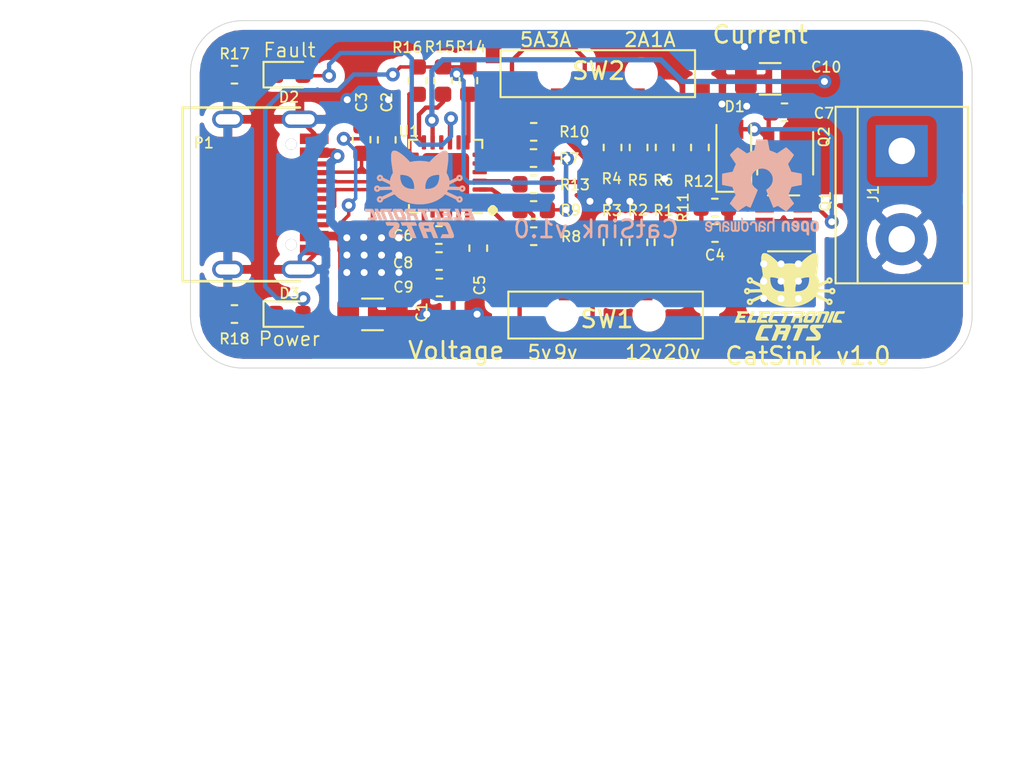
<source format=kicad_pcb>
(kicad_pcb (version 20171130) (host pcbnew "(5.1.5)-3")
  (title_block (title "CatSink PD") (date 2020-10-24) (rev 1.0v) (company "Electronic Cats") (comment 1 "Eduardo Contreras"))
  (layers (0 F.Cu signal) (31 B.Cu signal) (34 B.Paste user) (35 F.Paste user) (36 B.SilkS user) (37 F.SilkS user) (38 B.Mask user) (39 F.Mask user) (44 Edge.Cuts user))
  (net 0 "")
  (net 1 GND)
  (net 2 VBUS)
  (net 3 /CC2)
  (net 4 /CC1)
  (net 5 "Net-(C4-Pad2)")
  (net 6 "Net-(C5-Pad1)")
  (net 7 +3V3)
  (net 8 +VSW)
  (net 9 "Net-(D1-Pad1)")
  (net 10 /Fault)
  (net 11 "Net-(D2-Pad1)")
  (net 12 /D+)
  (net 13 /D-)
  (net 14 /12v)
  (net 15 /9v)
  (net 16 /5v)
  (net 17 /3A)
  (net 18 /2A)
  (net 19 /1A)
  (net 20 /Icoarse)
  (net 21 "Net-(R8-Pad1)")
  (net 22 /Vmax)
  (net 23 "Net-(R10-Pad1)")
  (net 24 "Net-(R13-Pad2)")
  (net 25 "Net-(R14-Pad2)")
  (net 26 "Net-(R15-Pad2)")
  (net 27 "Net-(R16-Pad2)")
  (net 28 /20v)
  (net 29 /5A)
  (net 30 "Net-(U1-Pad21)")
  (net 31 "Net-(U1-Pad20)")
  (net 32 "Net-(U1-Pad10)")
  (net 33 "Net-(U1-Pad8)")
  (net 34 "Net-(U1-Pad4)")
  (net 35 "Net-(D3-Pad1)")
  (module Aesthetics:electronic_cats_logo_4x3 (layer B.Cu) (at 131.2 102.5 180)
    (fp_text reference G*** hide)
    (fp_text value LOGO hide)
  )
  (module Symbol:OSHW-Logo2_7.3x6mm_SilkScreen (layer B.Cu) (at 150.9 102.1 180)
    (fp_text reference REF** hide)
    (fp_text value OSHW-Logo2_7.3x6mm_SilkScreen hide)
  )
  (module Aesthetics:electronic_cats_logo_4x3 (layer F.Cu) (at 152.5 108.4)
    (fp_text reference G*** hide)
    (fp_text value LOGO hide)
  )
  (module Package_DFN_QFN:QFN-24-1EP_4x4mm_P0.5mm_EP2.7x2.7mm (layer F.Cu) (at 132.69 101.47 180)
    (fp_text reference U1 (at 2.12 2.61) (layer F.SilkS) (effects (font (size 0.6 0.6) (thickness 0.1))))
    (fp_text value CYPD3177-24LQXI)
    (pad 24 smd roundrect (at -1.25 -1.9625 180) (size 0.25 0.825) (layers F.Cu F.Paste F.Mask) (net 6 "Net-(C5-Pad1)"))
    (pad 23 smd roundrect (at -0.75 -1.9625 180) (size 0.25 0.825) (layers F.Cu F.Paste F.Mask) (net 7 +3V3))
    (pad 22 smd roundrect (at -0.25 -1.9625 180) (size 0.25 0.825) (layers F.Cu F.Paste F.Mask) (net 1 GND))
    (pad 21 smd roundrect (at 0.25 -1.9625 180) (size 0.25 0.825) (layers F.Cu F.Paste F.Mask) (net 30 "Net-(U1-Pad21)"))
    (pad 20 smd roundrect (at 0.75 -1.9625 180) (size 0.25 0.825) (layers F.Cu F.Paste F.Mask) (net 31 "Net-(U1-Pad20)"))
    (pad 19 smd roundrect (at 1.25 -1.9625 180) (size 0.25 0.825) (layers F.Cu F.Paste F.Mask) (net 1 GND))
    (pad 18 smd roundrect (at 1.9625 -1.25 180) (size 0.825 0.25) (layers F.Cu F.Paste F.Mask) (net 2 VBUS))
    (pad 17 smd roundrect (at 1.9625 -0.75 180) (size 0.825 0.25) (layers F.Cu F.Paste F.Mask) (net 12 /D+))
    (pad 16 smd roundrect (at 1.9625 -0.25 180) (size 0.825 0.25) (layers F.Cu F.Paste F.Mask) (net 13 /D-))
    (pad 15 smd roundrect (at 1.9625 0.25 180) (size 0.825 0.25) (layers F.Cu F.Paste F.Mask) (net 4 /CC1))
    (pad 14 smd roundrect (at 1.9625 0.75 180) (size 0.825 0.25) (layers F.Cu F.Paste F.Mask) (net 3 /CC2))
    (pad 13 smd roundrect (at 1.9625 1.25 180) (size 0.825 0.25) (layers F.Cu F.Paste F.Mask) (net 27 "Net-(R16-Pad2)"))
    (pad 12 smd roundrect (at 1.25 1.9625 180) (size 0.25 0.825) (layers F.Cu F.Paste F.Mask) (net 26 "Net-(R15-Pad2)"))
    (pad 11 smd roundrect (at 0.75 1.9625 180) (size 0.25 0.825) (layers F.Cu F.Paste F.Mask) (net 8 +VSW))
    (pad 10 smd roundrect (at 0.25 1.9625 180) (size 0.25 0.825) (layers F.Cu F.Paste F.Mask) (net 32 "Net-(U1-Pad10)"))
    (pad 9 smd roundrect (at -0.25 1.9625 180) (size 0.25 0.825) (layers F.Cu F.Paste F.Mask) (net 10 /Fault))
    (pad 8 smd roundrect (at -0.75 1.9625 180) (size 0.25 0.825) (layers F.Cu F.Paste F.Mask) (net 33 "Net-(U1-Pad8)"))
    (pad 7 smd roundrect (at -1.25 1.9625 180) (size 0.25 0.825) (layers F.Cu F.Paste F.Mask) (net 25 "Net-(R14-Pad2)"))
    (pad 6 smd roundrect (at -1.9625 1.25 180) (size 0.825 0.25) (layers F.Cu F.Paste F.Mask) (net 23 "Net-(R10-Pad1)"))
    (pad 5 smd roundrect (at -1.9625 0.75 180) (size 0.825 0.25) (layers F.Cu F.Paste F.Mask) (net 20 /Icoarse))
    (pad 4 smd roundrect (at -1.9625 0.25 180) (size 0.825 0.25) (layers F.Cu F.Paste F.Mask) (net 34 "Net-(U1-Pad4)"))
    (pad 3 smd roundrect (at -1.9625 -0.25 180) (size 0.825 0.25) (layers F.Cu F.Paste F.Mask) (net 24 "Net-(R13-Pad2)"))
    (pad 2 smd roundrect (at -1.9625 -0.75 180) (size 0.825 0.25) (layers F.Cu F.Paste F.Mask) (net 22 /Vmax))
    (pad 1 smd roundrect (at -1.9625 -1.25 180) (size 0.825 0.25) (layers F.Cu F.Paste F.Mask) (net 21 "Net-(R8-Pad1)"))
    (pad 25 smd roundrect (at 0 0 180) (size 2.7 2.7) (layers F.Cu F.Mask) (roundrect_rratio 0.09259299999999999) (net 1 GND))
  )
  (module Resistor_SMD:R_0603_1608Metric (layer F.Cu) (at 120.5325 109.39 180)
    (fp_text reference R18 (at 0 -1.43) (layer F.SilkS) (effects (font (size 0.6 0.6) (thickness 0.1))))
    (fp_text value 1K)
    (pad 2 smd roundrect (at 0.7875 0 180) (size 0.875 0.95) (layers F.Cu F.Paste F.Mask) (net 1 GND))
    (pad 1 smd roundrect (at -0.7875 0 180) (size 0.875 0.95) (layers F.Cu F.Paste F.Mask) (net 35 "Net-(D3-Pad1)"))
  )
  (module LED_SMD:LED_0603_1608Metric (layer F.Cu) (at 123.69 109.39)
    (fp_text reference D3 (at 0.01 -1.19) (layer F.SilkS) (effects (font (size 0.6 0.6) (thickness 0.1))))
    (fp_text value Power (at 0 1.43) (layer F.SilkS) (effects (font (size 0.8 0.8) (thickness 0.1))))
    (pad 2 smd roundrect (at 0.7875 0) (size 0.875 0.95) (layers F.Cu F.Paste F.Mask) (net 7 +3V3))
    (pad 1 smd roundrect (at -0.7875 0) (size 0.875 0.95) (layers F.Cu F.Paste F.Mask) (net 35 "Net-(D3-Pad1)"))
  )
  (module CatSink:K3-1410S-E1 (layer F.Cu) (at 141.45 95.55 180)
    (fp_text reference SW2 (at -0.045001 0.159999) (layer F.SilkS))
    (fp_text value Current (at -9.35 2.25) (layer F.SilkS))
    (pad "" connect rect (at -6 -1.1 270) (size 1 0.9) (layers F.Cu F.Mask))
    (pad "" connect rect (at -6 1.1 270) (size 1 0.9) (layers F.Cu F.Mask))
    (pad "" connect rect (at 6 1.1 270) (size 1 0.9) (layers F.Cu F.Mask))
    (pad "" connect rect (at 6 -1.1 270) (size 1 0.9) (layers F.Cu F.Mask))
    (pad 6 smd rect (at 3.75 -1.45 180) (size 0.9 1.2) (layers F.Cu F.Paste F.Mask) (net 29 /5A))
    (pad 5 smd rect (at 2.25 -1.45 180) (size 0.9 1.2) (layers F.Cu F.Paste F.Mask) (net 17 /3A))
    (pad 2 smd rect (at -2.25 -1.45 180) (size 0.9 1.2) (layers F.Cu F.Paste F.Mask) (net 18 /2A))
    (pad 1 smd rect (at -3.75 -1.45 180) (size 0.9 1.2) (layers F.Cu F.Paste F.Mask) (net 19 /1A))
    (pad 4 smd rect (at 0.75 -1.45 180) (size 0.9 1.2) (layers F.Cu F.Paste F.Mask) (net 20 /Icoarse))
    (pad 3 smd rect (at -0.75 -1.45 180) (size 0.9 1.2) (layers F.Cu F.Paste F.Mask) (net 20 /Icoarse))
    (pad "" np_thru_hole circle (at 2.5 0 180) (size 0.9 0.9) (drill 0.9) (layers *.Cu *.Mask))
    (pad "" np_thru_hole circle (at -2.5 0 180) (size 0.9 0.9) (drill 0.9) (layers *.Cu *.Mask))
  )
  (module CatSink:K3-1410S-E1 (layer F.Cu) (at 141.9 109.45)
    (fp_text reference SW1 (at 0.07 0.23) (layer F.SilkS))
    (fp_text value Voltage (at -8.6 2.05) (layer F.SilkS))
    (pad "" connect rect (at -6 -1.1 90) (size 1 0.9) (layers F.Cu F.Mask))
    (pad "" connect rect (at -6 1.1 90) (size 1 0.9) (layers F.Cu F.Mask))
    (pad "" connect rect (at 6 1.1 90) (size 1 0.9) (layers F.Cu F.Mask))
    (pad "" connect rect (at 6 -1.1 90) (size 1 0.9) (layers F.Cu F.Mask))
    (pad 6 smd rect (at 3.75 -1.45) (size 0.9 1.2) (layers F.Cu F.Paste F.Mask) (net 28 /20v))
    (pad 5 smd rect (at 2.25 -1.45) (size 0.9 1.2) (layers F.Cu F.Paste F.Mask) (net 14 /12v))
    (pad 2 smd rect (at -2.25 -1.45) (size 0.9 1.2) (layers F.Cu F.Paste F.Mask) (net 15 /9v))
    (pad 1 smd rect (at -3.75 -1.45) (size 0.9 1.2) (layers F.Cu F.Paste F.Mask) (net 16 /5v))
    (pad 4 smd rect (at 0.75 -1.45) (size 0.9 1.2) (layers F.Cu F.Paste F.Mask) (net 22 /Vmax))
    (pad 3 smd rect (at -0.75 -1.45) (size 0.9 1.2) (layers F.Cu F.Paste F.Mask) (net 22 /Vmax))
    (pad "" np_thru_hole circle (at 2.5 0) (size 0.9 0.9) (drill 0.9) (layers *.Cu *.Mask))
    (pad "" np_thru_hole circle (at -2.5 0) (size 0.9 0.9) (drill 0.9) (layers *.Cu *.Mask))
  )
  (module Resistor_SMD:R_0603_1608Metric (layer F.Cu) (at 120.5325 95.61 180)
    (fp_text reference R17 (at -0.0075 1.2) (layer F.SilkS) (effects (font (size 0.6 0.6) (thickness 0.1))))
    (fp_text value 10K)
    (pad 2 smd roundrect (at 0.7875 0 180) (size 0.875 0.95) (layers F.Cu F.Paste F.Mask) (net 1 GND))
    (pad 1 smd roundrect (at -0.7875 0 180) (size 0.875 0.95) (layers F.Cu F.Paste F.Mask) (net 11 "Net-(D2-Pad1)"))
  )
  (module Resistor_SMD:R_0603_1608Metric (layer F.Cu) (at 131.08 95.9525 270)
    (fp_text reference R16 (at -1.9125 0.6 180) (layer F.SilkS) (effects (font (size 0.6 0.6) (thickness 0.1))))
    (fp_text value 10K)
    (pad 2 smd roundrect (at 0.7875 0 270) (size 0.875 0.95) (layers F.Cu F.Paste F.Mask) (net 27 "Net-(R16-Pad2)"))
    (pad 1 smd roundrect (at -0.7875 0 270) (size 0.875 0.95) (layers F.Cu F.Paste F.Mask) (net 7 +3V3))
  )
  (module Resistor_SMD:R_0603_1608Metric (layer F.Cu) (at 132.54 95.95 270)
    (fp_text reference R15 (at -1.94 0.19 180) (layer F.SilkS) (effects (font (size 0.6 0.6) (thickness 0.1))))
    (fp_text value 10K)
    (pad 2 smd roundrect (at 0.7875 0 270) (size 0.875 0.95) (layers F.Cu F.Paste F.Mask) (net 26 "Net-(R15-Pad2)"))
    (pad 1 smd roundrect (at -0.7875 0 270) (size 0.875 0.95) (layers F.Cu F.Paste F.Mask) (net 7 +3V3))
  )
  (module Resistor_SMD:R_0603_1608Metric (layer F.Cu) (at 134 95.95 270)
    (fp_text reference R14 (at -1.94 -0.14 180) (layer F.SilkS) (effects (font (size 0.6 0.6) (thickness 0.1))))
    (fp_text value 10K)
    (pad 2 smd roundrect (at 0.7875 0 270) (size 0.875 0.95) (layers F.Cu F.Paste F.Mask) (net 25 "Net-(R14-Pad2)"))
    (pad 1 smd roundrect (at -0.7875 0 270) (size 0.875 0.95) (layers F.Cu F.Paste F.Mask) (net 7 +3V3))
  )
  (module Resistor_SMD:R_0603_1608Metric (layer F.Cu) (at 137.7575 101.92 180)
    (fp_text reference R13 (at -2.3675 -0.03) (layer F.SilkS) (effects (font (size 0.6 0.6) (thickness 0.1))))
    (fp_text value 1K)
    (pad 2 smd roundrect (at 0.7875 0 180) (size 0.875 0.95) (layers F.Cu F.Paste F.Mask) (net 24 "Net-(R13-Pad2)"))
    (pad 1 smd roundrect (at -0.7875 0 180) (size 0.875 0.95) (layers F.Cu F.Paste F.Mask) (net 5 "Net-(C4-Pad2)"))
  )
  (module Resistor_SMD:R_0603_1608Metric (layer F.Cu) (at 147.33 99.8 90)
    (fp_text reference R12 (at -1.95 -0.08 180) (layer F.SilkS) (effects (font (size 0.6 0.6) (thickness 0.1))))
    (fp_text value 50K)
    (pad 2 smd roundrect (at 0.7875 0 90) (size 0.875 0.95) (layers F.Cu F.Paste F.Mask) (net 5 "Net-(C4-Pad2)"))
    (pad 1 smd roundrect (at -0.7875 0 90) (size 0.875 0.95) (layers F.Cu F.Paste F.Mask) (net 9 "Net-(D1-Pad1)"))
  )
  (module Resistor_SMD:R_0603_1608Metric (layer F.Cu) (at 148.1875 103.26 180)
    (fp_text reference R11 (at 1.8275 0 90) (layer F.SilkS) (effects (font (size 0.6 0.6) (thickness 0.1))))
    (fp_text value 10K)
    (pad 2 smd roundrect (at 0.7875 0 180) (size 0.875 0.95) (layers F.Cu F.Paste F.Mask) (net 5 "Net-(C4-Pad2)"))
    (pad 1 smd roundrect (at -0.7875 0 180) (size 0.875 0.95) (layers F.Cu F.Paste F.Mask) (net 2 VBUS))
  )
  (module Resistor_SMD:R_0603_1608Metric (layer F.Cu) (at 137.76 98.9)
    (fp_text reference R10 (at 2.34 0) (layer F.SilkS) (effects (font (size 0.6 0.6) (thickness 0.1))))
    (fp_text value 5.1K)
    (pad 2 smd roundrect (at 0.7875 0) (size 0.875 0.95) (layers F.Cu F.Paste F.Mask) (net 1 GND))
    (pad 1 smd roundrect (at -0.7875 0) (size 0.875 0.95) (layers F.Cu F.Paste F.Mask) (net 23 "Net-(R10-Pad1)"))
  )
  (module Resistor_SMD:R_0603_1608Metric (layer F.Cu) (at 137.7575 103.4 180)
    (fp_text reference R9 (at -2.1225 -0.01) (layer F.SilkS) (effects (font (size 0.6 0.6) (thickness 0.1))))
    (fp_text value 5.1K)
    (pad 2 smd roundrect (at 0.7875 0 180) (size 0.875 0.95) (layers F.Cu F.Paste F.Mask) (net 22 /Vmax))
    (pad 1 smd roundrect (at -0.7875 0 180) (size 0.875 0.95) (layers F.Cu F.Paste F.Mask) (net 7 +3V3))
  )
  (module Resistor_SMD:R_0603_1608Metric (layer F.Cu) (at 137.7625 104.91)
    (fp_text reference R8 (at 2.1475 0.02) (layer F.SilkS) (effects (font (size 0.6 0.6) (thickness 0.1))))
    (fp_text value 5.1K)
    (pad 2 smd roundrect (at 0.7875 0) (size 0.875 0.95) (layers F.Cu F.Paste F.Mask) (net 1 GND))
    (pad 1 smd roundrect (at -0.7875 0) (size 0.875 0.95) (layers F.Cu F.Paste F.Mask) (net 21 "Net-(R8-Pad1)"))
  )
  (module Resistor_SMD:R_0603_1608Metric (layer F.Cu) (at 137.75 100.41 180)
    (fp_text reference R7 (at -2.05 -0.04) (layer F.SilkS) (effects (font (size 0.6 0.6) (thickness 0.1))))
    (fp_text value 5.1K)
    (pad 2 smd roundrect (at 0.7875 0 180) (size 0.875 0.95) (layers F.Cu F.Paste F.Mask) (net 20 /Icoarse))
    (pad 1 smd roundrect (at -0.7875 0 180) (size 0.875 0.95) (layers F.Cu F.Paste F.Mask) (net 7 +3V3))
  )
  (module Resistor_SMD:R_0603_1608Metric (layer F.Cu) (at 145.3 99.8 270)
    (fp_text reference R6 (at 1.89 0.08 180) (layer F.SilkS) (effects (font (size 0.6 0.6) (thickness 0.1))))
    (fp_text value 1K)
    (pad 2 smd roundrect (at 0.7875 0 270) (size 0.875 0.95) (layers F.Cu F.Paste F.Mask) (net 1 GND))
    (pad 1 smd roundrect (at -0.7875 0 270) (size 0.875 0.95) (layers F.Cu F.Paste F.Mask) (net 19 /1A))
  )
  (module Resistor_SMD:R_0603_1608Metric (layer F.Cu) (at 143.8 99.8 270)
    (fp_text reference R5 (at 1.89 0.05 180) (layer F.SilkS) (effects (font (size 0.6 0.6) (thickness 0.1))))
    (fp_text value 2.4K)
    (pad 2 smd roundrect (at 0.7875 0 270) (size 0.875 0.95) (layers F.Cu F.Paste F.Mask) (net 1 GND))
    (pad 1 smd roundrect (at -0.7875 0 270) (size 0.875 0.95) (layers F.Cu F.Paste F.Mask) (net 18 /2A))
  )
  (module Resistor_SMD:R_0603_1608Metric (layer F.Cu) (at 142.3 99.8 270)
    (fp_text reference R4 (at 1.8 0.05 180) (layer F.SilkS) (effects (font (size 0.6 0.6) (thickness 0.1))))
    (fp_text value 5.1K)
    (pad 2 smd roundrect (at 0.7875 0 270) (size 0.875 0.95) (layers F.Cu F.Paste F.Mask) (net 1 GND))
    (pad 1 smd roundrect (at -0.7875 0 270) (size 0.875 0.95) (layers F.Cu F.Paste F.Mask) (net 17 /3A))
  )
  (module Resistor_SMD:R_0603_1608Metric (layer F.Cu) (at 142.3 105.2625 90)
    (fp_text reference R3 (at 1.83 -0.045 180) (layer F.SilkS) (effects (font (size 0.6 0.6) (thickness 0.1))))
    (fp_text value 0R)
    (pad 2 smd roundrect (at 0.7875 0 90) (size 0.875 0.95) (layers F.Cu F.Paste F.Mask) (net 1 GND))
    (pad 1 smd roundrect (at -0.7875 0 90) (size 0.875 0.95) (layers F.Cu F.Paste F.Mask) (net 16 /5v))
  )
  (module Resistor_SMD:R_0603_1608Metric (layer F.Cu) (at 143.79 105.2625 90)
    (fp_text reference R2 (at 1.8475 -0.035 180) (layer F.SilkS) (effects (font (size 0.6 0.6) (thickness 0.1))))
    (fp_text value 1K)
    (pad 2 smd roundrect (at 0.7875 0 90) (size 0.875 0.95) (layers F.Cu F.Paste F.Mask) (net 1 GND))
    (pad 1 smd roundrect (at -0.7875 0 90) (size 0.875 0.95) (layers F.Cu F.Paste F.Mask) (net 15 /9v))
  )
  (module Resistor_SMD:R_0603_1608Metric (layer F.Cu) (at 145.23 105.2625 90)
    (fp_text reference R1 (at 1.8375 0 180) (layer F.SilkS) (effects (font (size 0.6 0.6) (thickness 0.1))))
    (fp_text value 2.4K)
    (pad 2 smd roundrect (at 0.7875 0 90) (size 0.875 0.95) (layers F.Cu F.Paste F.Mask) (net 1 GND))
    (pad 1 smd roundrect (at -0.7875 0 90) (size 0.875 0.95) (layers F.Cu F.Paste F.Mask) (net 14 /12v))
  )
  (module Package_TO_SOT_SMD:SOT-23-6 (layer F.Cu) (at 152.24 100.46 270)
    (fp_text reference Q2 (at -1.27 -2.24 270) (layer F.SilkS) (effects (font (size 0.6 0.6) (thickness 0.1))))
    (fp_text value SI3421DV)
    (pad 5 smd rect (at 1.1 0 270) (size 1.06 0.65) (layers F.Cu F.Paste F.Mask) (net 8 +VSW))
    (pad 6 smd rect (at 1.1 -0.95 270) (size 1.06 0.65) (layers F.Cu F.Paste F.Mask) (net 8 +VSW))
    (pad 4 smd rect (at 1.1 0.95 270) (size 1.06 0.65) (layers F.Cu F.Paste F.Mask) (net 9 "Net-(D1-Pad1)"))
    (pad 3 smd rect (at -1.1 0.95 270) (size 1.06 0.65) (layers F.Cu F.Paste F.Mask) (net 5 "Net-(C4-Pad2)"))
    (pad 2 smd rect (at -1.1 0 270) (size 1.06 0.65) (layers F.Cu F.Paste F.Mask) (net 8 +VSW))
    (pad 1 smd rect (at -1.1 -0.95 270) (size 1.06 0.65) (layers F.Cu F.Paste F.Mask) (net 8 +VSW))
  )
  (module Package_TO_SOT_SMD:SOT-23-6 (layer F.Cu) (at 152.15 104.17 180)
    (fp_text reference Q1 (at -2.4 1.27 270) (layer F.SilkS) (effects (font (size 0.6 0.6) (thickness 0.1))))
    (fp_text value SI3421DV)
    (pad 5 smd rect (at 1.1 0 180) (size 1.06 0.65) (layers F.Cu F.Paste F.Mask) (net 2 VBUS))
    (pad 6 smd rect (at 1.1 -0.95 180) (size 1.06 0.65) (layers F.Cu F.Paste F.Mask) (net 2 VBUS))
    (pad 4 smd rect (at 1.1 0.95 180) (size 1.06 0.65) (layers F.Cu F.Paste F.Mask) (net 9 "Net-(D1-Pad1)"))
    (pad 3 smd rect (at -1.1 0.95 180) (size 1.06 0.65) (layers F.Cu F.Paste F.Mask) (net 5 "Net-(C4-Pad2)"))
    (pad 2 smd rect (at -1.1 0 180) (size 1.06 0.65) (layers F.Cu F.Paste F.Mask) (net 2 VBUS))
    (pad 1 smd rect (at -1.1 -0.95 180) (size 1.06 0.65) (layers F.Cu F.Paste F.Mask) (net 2 VBUS))
  )
  (module Connectors:C393939 (layer F.Cu) (at 124.3 102.5 270)
    (fp_text reference P1 (at -2.96 5.54 180) (layer F.SilkS) (effects (font (size 0.6 0.6) (thickness 0.1))))
    (fp_text value USB_C_Plug_USB2.0)
    (pad B5 smd rect (at 1.75 -0.825 270) (size 0.3 1.65) (layers F.Cu F.Paste F.Mask) (net 3 /CC2))
    (pad B8 smd rect (at 1.25 -0.825 270) (size 0.3 1.65) (layers F.Cu F.Paste F.Mask))
    (pad A6 smd rect (at 0.75 -0.825 270) (size 0.3 1.65) (layers F.Cu F.Paste F.Mask) (net 12 /D+))
    (pad A7 smd rect (at 0.25 -0.825 270) (size 0.3 1.65) (layers F.Cu F.Paste F.Mask) (net 13 /D-))
    (pad A6 smd rect (at -0.25 -0.825 270) (size 0.3 1.65) (layers F.Cu F.Paste F.Mask) (net 12 /D+))
    (pad A7 smd rect (at -0.75 -0.825 270) (size 0.3 1.65) (layers F.Cu F.Paste F.Mask) (net 13 /D-))
    (pad A5 smd rect (at -1.25 -0.825 270) (size 0.3 1.65) (layers F.Cu F.Paste F.Mask) (net 4 /CC1))
    (pad A8 smd rect (at -1.75 -0.825 270) (size 0.3 1.65) (layers F.Cu F.Paste F.Mask))
    (pad A4 smd rect (at 2.4 -0.825 270) (size 0.6 1.65) (layers F.Cu F.Paste F.Mask) (net 2 VBUS))
    (pad A4 smd rect (at -2.4 -0.825 270) (size 0.6 1.65) (layers F.Cu F.Paste F.Mask) (net 2 VBUS))
    (pad A1 smd rect (at 3.2 -0.825 270) (size 0.6 1.65) (layers F.Cu F.Paste F.Mask) (net 1 GND))
    (pad A1 smd rect (at -3.2 -0.825 270) (size 0.6 1.65) (layers F.Cu F.Paste F.Mask) (net 1 GND))
    (pad "" thru_hole circle (at 2.89 0.5 270) (size 0.65 0.65) (drill 0.65) (layers *.Cu *.Mask))
    (pad "" thru_hole circle (at -2.89 0.5 270) (size 0.65 0.65) (drill 0.65) (layers *.Cu *.Mask))
    (pad S1 thru_hole oval (at 4.32 4.15 270) (size 1 1.8) (drill oval 0.6 1.4) (layers *.Cu *.Mask) (net 1 GND))
    (pad S1 thru_hole oval (at -4.32 4.15 270) (size 1 1.8) (drill oval 0.6 1.4) (layers *.Cu *.Mask) (net 1 GND))
    (pad S1 thru_hole oval (at 4.32 0 270) (size 1 2.1) (drill oval 0.6 1.7) (layers *.Cu *.Mask) (net 1 GND))
    (pad S1 thru_hole oval (at -4.32 0 270) (size 1 2.1) (drill oval 0.6 1.7) (layers *.Cu *.Mask) (net 1 GND))
  )
  (module TerminalBlock:TerminalBlock_bornier-2_P5.08mm (layer F.Cu) (at 158.95 100 270)
    (fp_text reference J1 (at 2.475 1.64 90) (layer F.SilkS) (effects (font (size 0.6 0.6) (thickness 0.1))))
    (fp_text value Vout)
    (pad 2 thru_hole circle (at 5.08 0 270) (size 3 3) (drill 1.52) (layers *.Cu *.Mask) (net 1 GND))
    (pad 1 thru_hole rect (at 0 0 270) (size 3 3) (drill 1.52) (layers *.Cu *.Mask) (net 8 +VSW))
  )
  (module LED_SMD:LED_0603_1608Metric (layer F.Cu) (at 123.69 95.61)
    (fp_text reference D2 (at -0.02 1.29) (layer F.SilkS) (effects (font (size 0.6 0.6) (thickness 0.1))))
    (fp_text value Fault (at 0.01 -1.41) (layer F.SilkS) (effects (font (size 0.8 0.8) (thickness 0.1))))
    (pad 2 smd roundrect (at 0.7875 0) (size 0.875 0.95) (layers F.Cu F.Paste F.Mask) (net 10 /Fault))
    (pad 1 smd roundrect (at -0.7875 0) (size 0.875 0.95) (layers F.Cu F.Paste F.Mask) (net 11 "Net-(D2-Pad1)"))
  )
  (module Diode_SMD:D_SOD-123F (layer F.Cu) (at 149.28 100.15 90)
    (fp_text reference D1 (at 2.7 0.05 180) (layer F.SilkS) (effects (font (size 0.6 0.6) (thickness 0.1))))
    (fp_text value NZH10C)
    (pad 2 smd rect (at 1.4 0 90) (size 1.1 1.1) (layers F.Cu F.Paste F.Mask) (net 5 "Net-(C4-Pad2)"))
    (pad 1 smd rect (at -1.4 0 90) (size 1.1 1.1) (layers F.Cu F.Paste F.Mask) (net 9 "Net-(D1-Pad1)"))
  )
  (module Capacitor_SMD:C_1206_3216Metric (layer F.Cu) (at 151.375 95.85 180)
    (fp_text reference C10 (at -3.225 0.675) (layer F.SilkS) (effects (font (size 0.6 0.6) (thickness 0.1))))
    (fp_text value 3.3uF)
    (pad 2 smd roundrect (at 1.4 0 180) (size 1.25 1.75) (layers F.Cu F.Paste F.Mask) (roundrect_rratio 0.2) (net 1 GND))
    (pad 1 smd roundrect (at -1.4 0 180) (size 1.25 1.75) (layers F.Cu F.Paste F.Mask) (roundrect_rratio 0.2) (net 8 +VSW))
  )
  (module Capacitor_SMD:C_0603_1608Metric (layer F.Cu) (at 132.3325 107.86 180)
    (fp_text reference C9 (at 2.0725 0.02) (layer F.SilkS) (effects (font (size 0.6 0.6) (thickness 0.1))))
    (fp_text value 0.1uF)
    (pad 2 smd roundrect (at 0.7875 0 180) (size 0.875 0.95) (layers F.Cu F.Paste F.Mask) (net 1 GND))
    (pad 1 smd roundrect (at -0.7875 0 180) (size 0.875 0.95) (layers F.Cu F.Paste F.Mask) (net 7 +3V3))
  )
  (module Capacitor_SMD:C_0603_1608Metric (layer F.Cu) (at 132.3125 106.34 180)
    (fp_text reference C8 (at 2.0725 -0.1) (layer F.SilkS) (effects (font (size 0.6 0.6) (thickness 0.1))))
    (fp_text value 0.1uF)
    (pad 2 smd roundrect (at 0.7875 0 180) (size 0.875 0.95) (layers F.Cu F.Paste F.Mask) (net 1 GND))
    (pad 1 smd roundrect (at -0.7875 0 180) (size 0.875 0.95) (layers F.Cu F.Paste F.Mask) (net 7 +3V3))
  )
  (module Capacitor_SMD:C_0603_1608Metric (layer F.Cu) (at 152.2 97.775 180)
    (fp_text reference C7 (at -2.27 -0.06) (layer F.SilkS) (effects (font (size 0.6 0.6) (thickness 0.1))))
    (fp_text value 1uF)
    (pad 2 smd roundrect (at 0.7875 0 180) (size 0.875 0.95) (layers F.Cu F.Paste F.Mask) (net 5 "Net-(C4-Pad2)"))
    (pad 1 smd roundrect (at -0.7875 0 180) (size 0.875 0.95) (layers F.Cu F.Paste F.Mask) (net 8 +VSW))
  )
  (module Capacitor_SMD:C_0603_1608Metric (layer F.Cu) (at 132.3025 104.84 180)
    (fp_text reference C6 (at 2.0625 -0.03) (layer F.SilkS) (effects (font (size 0.6 0.6) (thickness 0.1))))
    (fp_text value 1uF)
    (pad 2 smd roundrect (at 0.7875 0 180) (size 0.875 0.95) (layers F.Cu F.Paste F.Mask) (net 1 GND))
    (pad 1 smd roundrect (at -0.7875 0 180) (size 0.875 0.95) (layers F.Cu F.Paste F.Mask) (net 7 +3V3))
  )
  (module Capacitor_SMD:C_0603_1608Metric (layer F.Cu) (at 134.57 105.5975 270)
    (fp_text reference C5 (at 2.1325 -0.08 90) (layer F.SilkS) (effects (font (size 0.6 0.6) (thickness 0.1))))
    (fp_text value 1uF)
    (pad 2 smd roundrect (at 0.7875 0 270) (size 0.875 0.95) (layers F.Cu F.Paste F.Mask) (net 1 GND))
    (pad 1 smd roundrect (at -0.7875 0 270) (size 0.875 0.95) (layers F.Cu F.Paste F.Mask) (net 6 "Net-(C5-Pad1)"))
  )
  (module Capacitor_SMD:C_0603_1608Metric (layer F.Cu) (at 148.2 104.725 180)
    (fp_text reference C4 (at 0 -1.275 180) (layer F.SilkS) (effects (font (size 0.6 0.6) (thickness 0.1))))
    (fp_text value 1uF)
    (pad 2 smd roundrect (at 0.7875 0 180) (size 0.875 0.95) (layers F.Cu F.Paste F.Mask) (net 5 "Net-(C4-Pad2)"))
    (pad 1 smd roundrect (at -0.7875 0 180) (size 0.875 0.95) (layers F.Cu F.Paste F.Mask) (net 2 VBUS))
  )
  (module Capacitor_SMD:C_0603_1608Metric (layer F.Cu) (at 127.85 99.35 90)
    (fp_text reference C3 (at 2.15 0 90) (layer F.SilkS) (effects (font (size 0.6 0.6) (thickness 0.1))))
    (fp_text value 390pF)
    (pad 2 smd roundrect (at 0.7875 0 90) (size 0.875 0.95) (layers F.Cu F.Paste F.Mask) (net 1 GND))
    (pad 1 smd roundrect (at -0.7875 0 90) (size 0.875 0.95) (layers F.Cu F.Paste F.Mask) (net 4 /CC1))
  )
  (module Capacitor_SMD:C_0603_1608Metric (layer F.Cu) (at 129.3 99.3625 90)
    (fp_text reference C2 (at 2.1625 0 90) (layer F.SilkS) (effects (font (size 0.6 0.6) (thickness 0.1))))
    (fp_text value 390pF)
    (pad 2 smd roundrect (at 0.7875 0 90) (size 0.875 0.95) (layers F.Cu F.Paste F.Mask) (net 1 GND))
    (pad 1 smd roundrect (at -0.7875 0 90) (size 0.875 0.95) (layers F.Cu F.Paste F.Mask) (net 3 /CC2))
  )
  (module Capacitor_SMD:C_1206_3216Metric (layer F.Cu) (at 128.48 109.41)
    (fp_text reference C1 (at 2.84 -0.12 270) (layer F.SilkS) (effects (font (size 0.6 0.6) (thickness 0.1))))
    (fp_text value 3.3uF)
    (pad 2 smd roundrect (at 1.4 0) (size 1.25 1.75) (layers F.Cu F.Paste F.Mask) (roundrect_rratio 0.2) (net 1 GND))
    (pad 1 smd roundrect (at -1.4 0) (size 1.25 1.75) (layers F.Cu F.Paste F.Mask) (roundrect_rratio 0.2) (net 2 VBUS))
  )
  (gr_text "CatSink v1.0" (at 141.35 104.5) (layer B.SilkS) (effects (font (size 1 1)) (justify mirror)))
  (gr_text "CatSink v1.0" (at 153.55 111.8) (layer F.SilkS) (effects (font (size 1 1))))
  (gr_text . (at 135.4 102.6) (layer F.SilkS) (effects (font (size 2 2) (thickness 0.4))))
  (gr_text 1A (at 145.2 93.6) (layer F.SilkS) (effects (font (size 0.8 0.8) (thickness 0.12))))
  (gr_text 2A (at 143.7 93.6) (layer F.SilkS) (effects (font (size 0.8 0.8) (thickness 0.12))))
  (gr_text 3A (at 139.2 93.6) (layer F.SilkS) (effects (font (size 0.8 0.8) (thickness 0.12))))
  (gr_text 5A (at 137.7 93.6) (layer F.SilkS) (effects (font (size 0.8 0.8) (thickness 0.12))))
  (gr_text 20v (at 146.3 111.6) (layer F.SilkS) (effects (font (size 0.8 0.8) (thickness 0.12))))
  (gr_text 12v (at 144.1 111.6) (layer F.SilkS) (effects (font (size 0.8 0.8) (thickness 0.12))))
  (gr_text 5v (at 138.1 111.6) (layer F.SilkS) (effects (font (size 0.8 0.8) (thickness 0.12))))
  (gr_text 9v (at 139.6 111.6) (layer F.SilkS) (effects (font (size 0.8 0.8) (thickness 0.12))))
  (gr_line (start 163 109.5) (end 163 95.5) (layer Edge.Cuts) (width 0.05))
  (gr_line (start 121 112.5) (end 160 112.5) (layer Edge.Cuts) (width 0.05))
  (gr_line (start 118 95.5) (end 118 109.5) (layer Edge.Cuts) (width 0.05))
  (gr_line (start 160 92.5) (end 121 92.5) (layer Edge.Cuts) (width 0.05))
  (gr_arc (start 160 109.5) (end 160 112.5) (angle -90) (layer Edge.Cuts) (width 0.05))
  (gr_arc (start 121 109.5) (end 118 109.5) (angle -90) (layer Edge.Cuts) (width 0.05))
  (gr_arc (start 160 95.5) (end 163 95.5) (angle -90) (layer Edge.Cuts) (width 0.05))
  (gr_arc (start 121 95.5) (end 121 92.5) (angle -90) (layer Edge.Cuts) (width 0.05))
  (segment (start 132.94 101.72) (end 132.69 101.47) (width 0.25) (layer F.Cu) (net 1))
  (segment (start 132.94 103.4325) (end 132.94 101.72) (width 0.25) (layer F.Cu) (net 1))
  (segment (start 132.69 101.721978) (end 132.69 101.47) (width 0.25) (layer F.Cu) (net 1))
  (segment (start 131.44 102.971978) (end 132.69 101.721978) (width 0.25) (layer F.Cu) (net 1))
  (segment (start 131.44 103.4325) (end 131.44 102.971978) (width 0.25) (layer F.Cu) (net 1))
  (segment (start 131.44 104.765) (end 131.515 104.84) (width 0.25) (layer F.Cu) (net 1))
  (segment (start 131.44 103.4325) (end 131.44 104.765) (width 0.25) (layer F.Cu) (net 1))
  (segment (start 131.545 106.36) (end 131.525 106.34) (width 0.2) (layer F.Cu) (net 1))
  (segment (start 131.545 107.86) (end 131.545 106.36) (width 0.2) (layer F.Cu) (net 1))
  (segment (start 131.525 104.85) (end 131.515 104.84) (width 0.2) (layer F.Cu) (net 1))
  (segment (start 131.525 106.34) (end 131.525 104.85) (width 0.2) (layer F.Cu) (net 1))
  (segment (start 142.2 100.525) (end 141.145 100.525) (width 0.2) (layer F.Cu) (net 1))
  (segment (start 141.145 100.525) (end 141.06 100.61) (width 0.2) (layer F.Cu) (net 1))
  (segment (start 138.55 104.91) (end 138.9875 104.91) (width 0.2) (layer F.Cu) (net 1))
  (segment (start 125.125 99.005) (end 124.3 98.18) (width 0.25) (layer F.Cu) (net 1))
  (segment (start 125.125 99.3) (end 125.125 99.005) (width 0.25) (layer F.Cu) (net 1))
  (segment (start 125.125 105.995) (end 124.3 106.82) (width 0.25) (layer F.Cu) (net 1))
  (segment (start 125.125 105.7) (end 125.125 105.995) (width 0.25) (layer F.Cu) (net 1))
  (via (at 149.9 94) (size 0.8) (drill 0.4) (layers F.Cu B.Cu) (net 1))
  (segment (start 149.975 95.85) (end 149.975 94.075) (width 0.25) (layer F.Cu) (net 1))
  (segment (start 149.975 94.075) (end 149.9 94) (width 0.25) (layer F.Cu) (net 1))
  (via (at 148.6 97.3) (size 0.8) (drill 0.4) (layers F.Cu B.Cu) (net 1))
  (segment (start 149.975 95.85) (end 149.975 95.925) (width 0.25) (layer F.Cu) (net 1))
  (via (at 145.3 101.6) (size 0.8) (drill 0.4) (layers F.Cu B.Cu) (net 1))
  (segment (start 145.2 101.4) (end 145.325 101.525) (width 0.3) (layer F.Cu) (net 1))
  (segment (start 145.2 100.525) (end 145.2 101.4) (width 0.3) (layer F.Cu) (net 1))
  (via (at 150.025 97.425) (size 0.8) (drill 0.4) (layers F.Cu B.Cu) (net 1))
  (segment (start 149.975 95.85) (end 149.975 97.375) (width 0.3) (layer F.Cu) (net 1))
  (segment (start 149.975 97.375) (end 150.025 97.425) (width 0.3) (layer F.Cu) (net 1))
  (via (at 129.4 97.05) (size 0.8) (drill 0.4) (layers F.Cu B.Cu) (net 1))
  (segment (start 129.3 98.575) (end 129.3 97.15) (width 0.25) (layer F.Cu) (net 1))
  (segment (start 129.3 97.15) (end 129.4 97.05) (width 0.25) (layer F.Cu) (net 1))
  (segment (start 127.85 98.5625) (end 127.85 97.875) (width 0.25) (layer F.Cu) (net 1))
  (via (at 127.025 97.05) (size 0.8) (drill 0.4) (layers F.Cu B.Cu) (net 1))
  (segment (start 127.85 97.875) (end 127.025 97.05) (width 0.25) (layer F.Cu) (net 1))
  (via (at 131.6 109.4) (size 0.8) (drill 0.4) (layers F.Cu B.Cu) (net 1))
  (segment (start 129.88 109.41) (end 131.59 109.41) (width 0.3) (layer F.Cu) (net 1))
  (segment (start 131.59 109.41) (end 131.6 109.4) (width 0.3) (layer F.Cu) (net 1))
  (via (at 134.5 109.4) (size 0.8) (drill 0.4) (layers F.Cu B.Cu) (net 1))
  (segment (start 131.6 109.4) (end 134.5 109.4) (width 0.5) (layer B.Cu) (net 1))
  (segment (start 124.3 106.07) (end 124.9 105.47) (width 0.25) (layer B.Cu) (net 1))
  (segment (start 124.3 106.82) (end 124.3 106.07) (width 0.25) (layer B.Cu) (net 1))
  (segment (start 139.8 99.35) (end 139.8 98.95) (width 0.5) (layer F.Cu) (net 1))
  (segment (start 141.06 100.61) (end 139.8 99.35) (width 0.5) (layer F.Cu) (net 1))
  (segment (start 139.75 98.9) (end 139.8 98.95) (width 0.5) (layer F.Cu) (net 1))
  (segment (start 138.5475 98.9) (end 139.75 98.9) (width 0.5) (layer F.Cu) (net 1))
  (segment (start 138.5475 98.9) (end 138.985 98.9) (width 0.5) (layer F.Cu) (net 1))
  (segment (start 138.985 98.9) (end 140.2 98.9) (width 0.5) (layer F.Cu) (net 1))
  (via (at 140.7 99.5) (size 0.8) (drill 0.4) (layers F.Cu B.Cu) (net 1))
  (segment (start 140.2 98.9) (end 140.7 99.4) (width 0.5) (layer F.Cu) (net 1))
  (segment (start 140.7 99.4) (end 140.7 99.5) (width 0.5) (layer F.Cu) (net 1))
  (segment (start 142.3 104.475) (end 142.3 104.0375) (width 0.5) (layer F.Cu) (net 1))
  (segment (start 142.3 104.0375) (end 142.3 103.1) (width 0.5) (layer F.Cu) (net 1))
  (segment (start 142.3 103.1) (end 142.1 102.9) (width 0.5) (layer F.Cu) (net 1))
  (via (at 141 102.9) (size 0.8) (drill 0.4) (layers F.Cu B.Cu) (net 1))
  (segment (start 142.1 102.9) (end 141 102.9) (width 0.5) (layer F.Cu) (net 1))
  (via (at 142.1 102.9) (size 0.8) (drill 0.4) (layers F.Cu B.Cu) (net 1))
  (segment (start 141 102.9) (end 142.1 102.9) (width 0.5) (layer B.Cu) (net 1))
  (via (at 143.3 102.9) (size 0.8) (drill 0.4) (layers F.Cu B.Cu) (net 1))
  (segment (start 142.1 102.9) (end 143.3 102.9) (width 0.5) (layer B.Cu) (net 1))
  (segment (start 146.1 102.9) (end 143.3 102.9) (width 0.5) (layer F.Cu) (net 1))
  (segment (start 146.3 103.1) (end 146.1 102.9) (width 0.5) (layer F.Cu) (net 1))
  (segment (start 145.23 104.475) (end 146.275 104.475) (width 0.5) (layer F.Cu) (net 1))
  (segment (start 146.275 104.475) (end 146.3 104.5) (width 0.5) (layer F.Cu) (net 1))
  (segment (start 146.3 104.5) (end 146.3 103.6) (width 0.5) (layer F.Cu) (net 1))
  (segment (start 146.3 103.6) (end 146.3 106.6) (width 0.5) (layer F.Cu) (net 1))
  (segment (start 146.3 103.6) (end 146.3 103.1) (width 0.5) (layer F.Cu) (net 1))
  (segment (start 146.3 106.6) (end 146.7 107) (width 0.5) (layer F.Cu) (net 1))
  (segment (start 146.7 107) (end 148.5 107) (width 0.5) (layer F.Cu) (net 1))
  (segment (start 148.5 107) (end 149.2 107) (width 0.5) (layer F.Cu) (net 1))
  (segment (start 124.3 106.82) (end 125.58 106.82) (width 0.5) (layer B.Cu) (net 1))
  (segment (start 125.58 106.82) (end 125.8 106.6) (width 0.5) (layer B.Cu) (net 1))
  (segment (start 125.8 106.6) (end 125.8 105.7) (width 0.5) (layer B.Cu) (net 1))
  (segment (start 125.8 105.7) (end 124.9 104.8) (width 0.5) (layer B.Cu) (net 1))
  (segment (start 124.3 106.82) (end 125.62 106.82) (width 0.5) (layer B.Cu) (net 1))
  (segment (start 125.62 106.82) (end 125.7 106.9) (width 0.5) (layer B.Cu) (net 1))
  (segment (start 125.7 106.9) (end 125.7 110.4) (width 0.5) (layer B.Cu) (net 1))
  (segment (start 125.205 104.98) (end 125.125 104.9) (width 0.2) (layer F.Cu) (net 2))
  (segment (start 127.03 104.94) (end 125.205 104.98) (width 0.2) (layer F.Cu) (net 2))
  (segment (start 126.475685 104.9) (end 126.71 105.134315) (width 0.5) (layer F.Cu) (net 2))
  (segment (start 126.71 105.134315) (end 126.71 105.7) (width 0.5) (layer F.Cu) (net 2))
  (segment (start 125.125 104.9) (end 126.475685 104.9) (width 0.5) (layer F.Cu) (net 2))
  (segment (start 127.27 106.23) (end 127.24 106.23) (width 0.5) (layer F.Cu) (net 2))
  (segment (start 127.27 109.16) (end 127.27 106.23) (width 0.5) (layer F.Cu) (net 2))
  (segment (start 127.27 106.23) (end 127.27 105.18) (width 0.5) (layer F.Cu) (net 2))
  (segment (start 127.24 106.23) (end 126.71 105.7) (width 0.5) (layer F.Cu) (net 2))
  (via (at 151 106.5) (size 0.8) (drill 0.4) (layers F.Cu B.Cu) (net 2))
  (segment (start 151.05 105.12) (end 151.05 106.45) (width 0.5) (layer F.Cu) (net 2))
  (segment (start 151.05 106.45) (end 151 106.5) (width 0.5) (layer F.Cu) (net 2))
  (via (at 151 107.5) (size 0.8) (drill 0.4) (layers F.Cu B.Cu) (net 2))
  (segment (start 151 106.5) (end 151 107.5) (width 0.5) (layer B.Cu) (net 2))
  (via (at 151 108.5) (size 0.8) (drill 0.4) (layers F.Cu B.Cu) (net 2))
  (segment (start 151 107.5) (end 151 108.5) (width 0.5) (layer F.Cu) (net 2))
  (via (at 152 108.5) (size 0.8) (drill 0.4) (layers F.Cu B.Cu) (net 2))
  (segment (start 151 108.5) (end 152 108.5) (width 0.5) (layer B.Cu) (net 2))
  (via (at 152 107.5) (size 0.8) (drill 0.4) (layers F.Cu B.Cu) (net 2))
  (segment (start 152 108.5) (end 152 107.5) (width 0.5) (layer F.Cu) (net 2))
  (via (at 152 106.5) (size 0.8) (drill 0.4) (layers F.Cu B.Cu) (net 2))
  (segment (start 152 107.5) (end 152 106.5) (width 0.5) (layer B.Cu) (net 2))
  (via (at 153 106.5) (size 0.8) (drill 0.4) (layers F.Cu B.Cu) (net 2))
  (segment (start 152 106.5) (end 153 106.5) (width 0.5) (layer F.Cu) (net 2))
  (via (at 153 107.5) (size 0.8) (drill 0.4) (layers F.Cu B.Cu) (net 2))
  (segment (start 153 106.5) (end 153 107.5) (width 0.5) (layer B.Cu) (net 2))
  (via (at 153 108.5) (size 0.8) (drill 0.4) (layers F.Cu B.Cu) (net 2))
  (segment (start 153 107.5) (end 153 108.5) (width 0.5) (layer F.Cu) (net 2))
  (segment (start 130.7275 102.72) (end 128.78 102.72) (width 0.25) (layer F.Cu) (net 2))
  (segment (start 128.78 102.72) (end 128.5 103) (width 0.25) (layer F.Cu) (net 2))
  (segment (start 128.5 103) (end 128.5 104.5) (width 0.25) (layer F.Cu) (net 2))
  (segment (start 128.1 104.9) (end 125.125 104.9) (width 0.25) (layer F.Cu) (net 2))
  (segment (start 128.5 104.5) (end 128.1 104.9) (width 0.25) (layer F.Cu) (net 2))
  (via (at 127 107) (size 0.8) (drill 0.4) (layers F.Cu B.Cu) (net 2))
  (segment (start 127.27 109.16) (end 127.27 107.27) (width 0.25) (layer F.Cu) (net 2))
  (segment (start 127.27 107.27) (end 127 107) (width 0.25) (layer F.Cu) (net 2))
  (via (at 128 107) (size 0.8) (drill 0.4) (layers F.Cu B.Cu) (net 2))
  (segment (start 127 107) (end 128 107) (width 0.25) (layer B.Cu) (net 2))
  (via (at 129 107) (size 0.8) (drill 0.4) (layers F.Cu B.Cu) (net 2))
  (segment (start 128 107) (end 129 107) (width 0.25) (layer F.Cu) (net 2))
  (via (at 130 107) (size 0.8) (drill 0.4) (layers F.Cu B.Cu) (net 2))
  (segment (start 129 107) (end 130 107) (width 0.25) (layer B.Cu) (net 2))
  (via (at 130 106) (size 0.8) (drill 0.4) (layers F.Cu B.Cu) (net 2))
  (segment (start 130 107) (end 130 106) (width 0.25) (layer F.Cu) (net 2))
  (via (at 129 106) (size 0.8) (drill 0.4) (layers F.Cu B.Cu) (net 2))
  (segment (start 130 106) (end 129 106) (width 0.25) (layer B.Cu) (net 2))
  (via (at 128 106) (size 0.8) (drill 0.4) (layers F.Cu B.Cu) (net 2))
  (segment (start 129 106) (end 128 106) (width 0.25) (layer F.Cu) (net 2))
  (segment (start 128 106) (end 127.01 106) (width 0.25) (layer B.Cu) (net 2))
  (via (at 127.005 105.995) (size 0.8) (drill 0.4) (layers F.Cu B.Cu) (net 2))
  (segment (start 127.01 106) (end 127.005 105.995) (width 0.25) (layer B.Cu) (net 2))
  (via (at 127 105) (size 0.8) (drill 0.4) (layers F.Cu B.Cu) (net 2))
  (segment (start 127.005 105.995) (end 127.005 105.005) (width 0.25) (layer F.Cu) (net 2))
  (segment (start 127.005 105.005) (end 127 105) (width 0.25) (layer F.Cu) (net 2))
  (segment (start 127.946182 105) (end 127.973091 104.973091) (width 0.25) (layer B.Cu) (net 2))
  (segment (start 128.17 104.98) (end 127.973091 104.973091) (width 0.2) (layer F.Cu) (net 2))
  (via (at 127.973091 104.973091) (size 0.8) (drill 0.4) (layers F.Cu B.Cu) (net 2))
  (segment (start 127 105) (end 127.946182 105) (width 0.25) (layer B.Cu) (net 2))
  (segment (start 127.973091 104.973091) (end 127.03 104.94) (width 0.2) (layer F.Cu) (net 2))
  (via (at 129 105) (size 0.8) (drill 0.4) (layers F.Cu B.Cu) (net 2))
  (segment (start 127.973091 104.973091) (end 128.973091 104.973091) (width 0.25) (layer F.Cu) (net 2))
  (segment (start 128.973091 104.973091) (end 129 105) (width 0.25) (layer F.Cu) (net 2))
  (via (at 130 105) (size 0.8) (drill 0.4) (layers F.Cu B.Cu) (net 2))
  (segment (start 129 105) (end 130 105) (width 0.25) (layer B.Cu) (net 2))
  (segment (start 151.05 104.17) (end 153.25 104.17) (width 0.5) (layer F.Cu) (net 2))
  (segment (start 153.25 105.12) (end 151.05 105.12) (width 0.5) (layer F.Cu) (net 2))
  (segment (start 151.05 105.12) (end 151.05 104.75) (width 0.25) (layer F.Cu) (net 2))
  (segment (start 151.05 104.75) (end 151.05 104.17) (width 0.25) (layer F.Cu) (net 2))
  (via (at 126.464497 100.291302) (size 0.8) (drill 0.4) (layers F.Cu B.Cu) (net 2))
  (segment (start 126.273195 100.1) (end 126.464497 100.291302) (width 0.5) (layer F.Cu) (net 2))
  (segment (start 125.125 100.1) (end 126.273195 100.1) (width 0.5) (layer F.Cu) (net 2))
  (segment (start 126.600001 104.600001) (end 127 105) (width 0.5) (layer B.Cu) (net 2))
  (segment (start 126.064498 104.064498) (end 126.600001 104.600001) (width 0.5) (layer B.Cu) (net 2))
  (segment (start 126.064498 100.691301) (end 126.064498 104.064498) (width 0.5) (layer B.Cu) (net 2))
  (segment (start 126.464497 100.291302) (end 126.064498 100.691301) (width 0.5) (layer B.Cu) (net 2))
  (segment (start 151.025 104.725) (end 148.9875 104.725) (width 0.5) (layer F.Cu) (net 2))
  (segment (start 151.05 104.75) (end 151.025 104.725) (width 0.5) (layer F.Cu) (net 2))
  (segment (start 148.9875 103.2725) (end 148.975 103.26) (width 0.5) (layer F.Cu) (net 2))
  (segment (start 148.9875 104.725) (end 148.9875 103.2725) (width 0.5) (layer F.Cu) (net 2))
  (segment (start 150.655 104.725) (end 151.05 105.12) (width 0.5) (layer F.Cu) (net 2))
  (segment (start 148.9875 104.725) (end 150.655 104.725) (width 0.5) (layer F.Cu) (net 2))
  (segment (start 151.05 104.17) (end 151.05 105.12) (width 0.5) (layer F.Cu) (net 2))
  (segment (start 129.87 100.72) (end 129.3 100.15) (width 0.2) (layer F.Cu) (net 3))
  (segment (start 130.7275 100.72) (end 129.87 100.72) (width 0.2) (layer F.Cu) (net 3))
  (via (at 127.11 103.13) (size 0.8) (drill 0.4) (layers F.Cu B.Cu) (net 3))
  (segment (start 126.15 104.25) (end 125.125 104.25) (width 0.2) (layer F.Cu) (net 3))
  (segment (start 126.555685 104.25) (end 126.15 104.25) (width 0.2) (layer F.Cu) (net 3))
  (segment (start 127.11 103.695685) (end 126.555685 104.25) (width 0.2) (layer F.Cu) (net 3))
  (segment (start 127.11 103.13) (end 127.11 103.695685) (width 0.2) (layer F.Cu) (net 3))
  (segment (start 129.3 99.7125) (end 128.888147 99.300647) (width 0.2) (layer F.Cu) (net 3))
  (segment (start 127.222647 99.700646) (end 126.822648 99.300647) (width 0.2) (layer B.Cu) (net 3))
  (segment (start 127.11 103.13) (end 127.509999 102.730001) (width 0.2) (layer B.Cu) (net 3))
  (segment (start 127.509999 102.730001) (end 127.509999 99.987998) (width 0.2) (layer B.Cu) (net 3))
  (segment (start 127.509999 99.987998) (end 127.222647 99.700646) (width 0.2) (layer B.Cu) (net 3))
  (segment (start 128.888147 99.300647) (end 127.388333 99.300647) (width 0.2) (layer F.Cu) (net 3))
  (segment (start 129.3 100.15) (end 129.3 99.7125) (width 0.2) (layer F.Cu) (net 3))
  (segment (start 127.388333 99.300647) (end 126.822648 99.300647) (width 0.2) (layer F.Cu) (net 3))
  (via (at 126.822648 99.300647) (size 0.8) (drill 0.4) (layers F.Cu B.Cu) (net 3))
  (segment (start 125.155 101.22) (end 125.125 101.25) (width 0.2) (layer F.Cu) (net 4))
  (segment (start 127.98 101.22) (end 127.85 101.09) (width 0.2) (layer F.Cu) (net 4))
  (segment (start 127.72 101.22) (end 127.85 101.09) (width 0.2) (layer F.Cu) (net 4))
  (segment (start 127.57 101.22) (end 127.72 101.22) (width 0.2) (layer F.Cu) (net 4))
  (segment (start 127.98 101.22) (end 127.57 101.22) (width 0.2) (layer F.Cu) (net 4))
  (segment (start 127.58 101.22) (end 127.85 100.95) (width 0.2) (layer F.Cu) (net 4))
  (segment (start 127.42 101.22) (end 127.58 101.22) (width 0.2) (layer F.Cu) (net 4))
  (segment (start 127.42 101.22) (end 125.155 101.22) (width 0.2) (layer F.Cu) (net 4))
  (segment (start 127.85 100.95) (end 127.85 100.1375) (width 0.2) (layer F.Cu) (net 4))
  (segment (start 127.85 101.09) (end 127.85 100.95) (width 0.2) (layer F.Cu) (net 4))
  (segment (start 127.57 101.22) (end 127.42 101.22) (width 0.2) (layer F.Cu) (net 4))
  (segment (start 128.12 101.22) (end 127.85 100.95) (width 0.2) (layer F.Cu) (net 4))
  (segment (start 128.43 101.22) (end 128.12 101.22) (width 0.2) (layer F.Cu) (net 4))
  (segment (start 130.7275 101.22) (end 128.43 101.22) (width 0.2) (layer F.Cu) (net 4))
  (segment (start 128.43 101.22) (end 127.98 101.22) (width 0.2) (layer F.Cu) (net 4))
  (segment (start 148.8275 99.2025) (end 149.28 98.75) (width 0.25) (layer F.Cu) (net 5))
  (segment (start 147.33 99.2025) (end 148.8275 99.2025) (width 0.25) (layer F.Cu) (net 5))
  (segment (start 150.68 98.75) (end 151.29 99.36) (width 0.25) (layer F.Cu) (net 5))
  (segment (start 153.2525 103.2175) (end 153.25 103.22) (width 0.25) (layer F.Cu) (net 5))
  (via (at 154.92 104.08) (size 0.8) (drill 0.4) (layers F.Cu B.Cu) (net 5))
  (segment (start 153.25 103.22) (end 154.06 103.22) (width 0.25) (layer F.Cu) (net 5))
  (segment (start 154.06 103.22) (end 154.92 104.08) (width 0.25) (layer F.Cu) (net 5))
  (segment (start 154.92 104.08) (end 154.92 99.22) (width 0.25) (layer B.Cu) (net 5))
  (segment (start 154.45 98.75) (end 150.46 98.75) (width 0.25) (layer B.Cu) (net 5))
  (segment (start 154.92 99.22) (end 154.45 98.75) (width 0.25) (layer B.Cu) (net 5))
  (segment (start 149.28 98.75) (end 150.46 98.75) (width 0.25) (layer F.Cu) (net 5))
  (via (at 150.46 98.75) (size 0.8) (drill 0.4) (layers F.Cu B.Cu) (net 5))
  (segment (start 150.46 98.75) (end 150.68 98.75) (width 0.25) (layer F.Cu) (net 5))
  (segment (start 151.4125 97.775) (end 151.4125 97.8625) (width 0.25) (layer F.Cu) (net 5))
  (segment (start 151.29 97.985) (end 151.29 99.36) (width 0.25) (layer F.Cu) (net 5))
  (segment (start 151.4125 97.8625) (end 151.29 97.985) (width 0.25) (layer F.Cu) (net 5))
  (segment (start 138.9825 101.92) (end 139.1125 101.79) (width 0.25) (layer F.Cu) (net 5))
  (segment (start 143.5 101.79) (end 144.02 102.31) (width 0.25) (layer F.Cu) (net 5))
  (segment (start 138.545 101.92) (end 138.9825 101.92) (width 0.25) (layer F.Cu) (net 5))
  (segment (start 139.1125 101.79) (end 143.5 101.79) (width 0.25) (layer F.Cu) (net 5))
  (segment (start 146.4675 99.2025) (end 147.33 99.2025) (width 0.25) (layer F.Cu) (net 5))
  (segment (start 146.32 99.35) (end 146.4675 99.2025) (width 0.25) (layer F.Cu) (net 5))
  (segment (start 146.32 102) (end 146.01 102.31) (width 0.25) (layer F.Cu) (net 5))
  (segment (start 146.32 101.68) (end 146.32 102) (width 0.25) (layer F.Cu) (net 5))
  (segment (start 146.32 101.68) (end 146.32 99.35) (width 0.25) (layer F.Cu) (net 5))
  (segment (start 146.01 102.31) (end 146.32 102.31) (width 0.25) (layer F.Cu) (net 5))
  (segment (start 144.02 102.31) (end 146.01 102.31) (width 0.25) (layer F.Cu) (net 5))
  (segment (start 146.64 102.31) (end 146.63 102.31) (width 0.25) (layer F.Cu) (net 5))
  (segment (start 146.63 102.31) (end 146.33 102.01) (width 0.25) (layer F.Cu) (net 5))
  (segment (start 146.32 102.31) (end 146.33 102.01) (width 0.25) (layer F.Cu) (net 5))
  (segment (start 146.32 102.31) (end 146.64 102.31) (width 0.25) (layer F.Cu) (net 5))
  (segment (start 146.33 102.01) (end 146.32 101.68) (width 0.25) (layer F.Cu) (net 5))
  (segment (start 147.4125 104.725) (end 147.4125 102.6525) (width 0.25) (layer F.Cu) (net 5))
  (segment (start 147.07 102.31) (end 146.64 102.31) (width 0.25) (layer F.Cu) (net 5))
  (segment (start 147.4125 102.6525) (end 147.07 102.31) (width 0.25) (layer F.Cu) (net 5))
  (segment (start 133.94 104.18) (end 134.57 104.81) (width 0.25) (layer F.Cu) (net 6))
  (segment (start 133.94 103.4325) (end 133.94 104.18) (width 0.25) (layer F.Cu) (net 6))
  (segment (start 132.26 111.06) (end 133.12 110.2) (width 0.3) (layer F.Cu) (net 7))
  (segment (start 133.12 110.2) (end 133.12 107.86) (width 0.3) (layer F.Cu) (net 7))
  (via (at 139.63 103.39) (size 0.8) (drill 0.4) (layers F.Cu B.Cu) (net 7))
  (via (at 139.68 100.45) (size 0.8) (drill 0.4) (layers F.Cu B.Cu) (net 7))
  (via (at 129.65 95.6) (size 0.8) (drill 0.4) (layers F.Cu B.Cu) (net 7))
  (via (at 133.325 95.575) (size 0.8) (drill 0.4) (layers F.Cu B.Cu) (net 7))
  (segment (start 133.09 104.84) (end 133.44 104.49) (width 0.25) (layer F.Cu) (net 7))
  (segment (start 133.44 104.49) (end 133.44 103.4325) (width 0.25) (layer F.Cu) (net 7))
  (segment (start 134 95.1625) (end 133.7375 95.1625) (width 0.25) (layer F.Cu) (net 7))
  (segment (start 132.5375 95.165) (end 132.54 95.1625) (width 0.2) (layer F.Cu) (net 7))
  (segment (start 138.5375 100.41) (end 139.64 100.41) (width 0.2) (layer F.Cu) (net 7))
  (segment (start 131.08 95.165) (end 130.085 95.165) (width 0.2) (layer F.Cu) (net 7))
  (segment (start 139.63 103.39) (end 138.555 103.39) (width 0.2) (layer F.Cu) (net 7))
  (segment (start 133.12 107.86) (end 133.12 106.36) (width 0.2) (layer F.Cu) (net 7))
  (segment (start 133.09 106.33) (end 133.1 106.34) (width 0.2) (layer F.Cu) (net 7))
  (segment (start 139.6 101.85) (end 139.63 100.5) (width 0.25) (layer B.Cu) (net 7))
  (segment (start 133.12 106.36) (end 133.1 106.34) (width 0.2) (layer F.Cu) (net 7))
  (segment (start 133.1 105.65) (end 133.09 106.33) (width 0.2) (layer F.Cu) (net 7))
  (segment (start 131.08 95.165) (end 132.5375 95.165) (width 0.2) (layer F.Cu) (net 7))
  (segment (start 139.63 103.39) (end 139.63 100.5) (width 0.25) (layer B.Cu) (net 7))
  (segment (start 139.63 100.5) (end 139.68 100.45) (width 0.25) (layer B.Cu) (net 7))
  (segment (start 133.7375 95.1625) (end 133.325 95.575) (width 0.25) (layer F.Cu) (net 7))
  (segment (start 139.63 103.39) (end 139.6 101.85) (width 0.25) (layer B.Cu) (net 7))
  (segment (start 130.085 95.165) (end 129.65 95.6) (width 0.2) (layer F.Cu) (net 7))
  (segment (start 133.09 104.84) (end 133.1 105.65) (width 0.2) (layer F.Cu) (net 7))
  (segment (start 134 95.1625) (end 132.54 95.1625) (width 0.2) (layer F.Cu) (net 7))
  (segment (start 138.555 103.39) (end 138.545 103.4) (width 0.2) (layer F.Cu) (net 7))
  (segment (start 139.64 100.41) (end 139.68 100.45) (width 0.2) (layer F.Cu) (net 7))
  (segment (start 124.4775 110.4975) (end 125.04 111.06) (width 0.3) (layer F.Cu) (net 7))
  (segment (start 124.4775 109.19) (end 124.4775 110.4975) (width 0.3) (layer F.Cu) (net 7))
  (segment (start 125.04 111.06) (end 132.26 111.06) (width 0.3) (layer F.Cu) (net 7))
  (via (at 124.5 108.5) (size 0.8) (drill 0.4) (layers F.Cu B.Cu) (net 7))
  (segment (start 124.4775 109.39) (end 124.4775 108.5225) (width 0.25) (layer F.Cu) (net 7))
  (segment (start 124.4775 108.5225) (end 124.5 108.5) (width 0.25) (layer F.Cu) (net 7))
  (segment (start 124.5 108.5) (end 123 108.5) (width 0.25) (layer B.Cu) (net 7))
  (segment (start 123 108.5) (end 122.3 107.8) (width 0.25) (layer B.Cu) (net 7))
  (segment (start 127.4 95.6) (end 129.65 95.6) (width 0.25) (layer B.Cu) (net 7))
  (segment (start 139.575001 101.825001) (end 139.6 101.85) (width 0.25) (layer B.Cu) (net 7))
  (segment (start 134.325001 101.825001) (end 139.575001 101.825001) (width 0.25) (layer B.Cu) (net 7))
  (segment (start 133.724999 95.974999) (end 133.724999 101.534999) (width 0.25) (layer B.Cu) (net 7))
  (segment (start 134.01 101.82) (end 134.32 101.82) (width 0.25) (layer B.Cu) (net 7))
  (segment (start 133.325 95.575) (end 133.724999 95.974999) (width 0.25) (layer B.Cu) (net 7))
  (segment (start 133.724999 101.534999) (end 134.01 101.82) (width 0.25) (layer B.Cu) (net 7))
  (segment (start 134.32 101.82) (end 134.325001 101.825001) (width 0.25) (layer B.Cu) (net 7))
  (segment (start 122.3 99.6) (end 122.3 97.6) (width 0.25) (layer B.Cu) (net 7))
  (segment (start 122.3 107.8) (end 122.3 99.6) (width 0.25) (layer B.Cu) (net 7))
  (segment (start 122.3 97.6) (end 123.4 96.5) (width 0.25) (layer B.Cu) (net 7))
  (segment (start 126.5 96.5) (end 127.4 95.6) (width 0.25) (layer B.Cu) (net 7))
  (segment (start 123.4 96.5) (end 126.5 96.5) (width 0.25) (layer B.Cu) (net 7))
  (segment (start 152.24 99.36) (end 153.19 99.36) (width 0.25) (layer F.Cu) (net 8))
  (segment (start 153.19 101.56) (end 152.24 101.56) (width 0.25) (layer F.Cu) (net 8))
  (segment (start 153.19 99.36) (end 153.19 101.56) (width 0.25) (layer F.Cu) (net 8))
  (via (at 131.9 98.23) (size 0.8) (drill 0.4) (layers F.Cu B.Cu) (net 8))
  (segment (start 131.94 98.27) (end 131.9 98.23) (width 0.25) (layer F.Cu) (net 8))
  (segment (start 131.94 99.5075) (end 131.94 98.27) (width 0.25) (layer F.Cu) (net 8))
  (via (at 154.5 96) (size 0.8) (drill 0.4) (layers F.Cu B.Cu) (net 8))
  (segment (start 152.775 95.85) (end 154.35 95.85) (width 0.2) (layer F.Cu) (net 8))
  (segment (start 154.35 95.85) (end 154.5 96) (width 0.2) (layer F.Cu) (net 8))
  (segment (start 145.075 94.75) (end 146.325 96) (width 0.3) (layer B.Cu) (net 8))
  (segment (start 132.525 94.75) (end 145.075 94.75) (width 0.3) (layer B.Cu) (net 8))
  (segment (start 131.9 98.23) (end 131.9 95.375) (width 0.3) (layer B.Cu) (net 8))
  (segment (start 131.9 95.375) (end 132.525 94.75) (width 0.3) (layer B.Cu) (net 8))
  (segment (start 146.325 96) (end 154.5 96) (width 0.3) (layer B.Cu) (net 8))
  (segment (start 152.24 99.36) (end 152.24 101.56) (width 0.5) (layer F.Cu) (net 8))
  (segment (start 151.05 101.8) (end 151.29 101.56) (width 0.25) (layer F.Cu) (net 9))
  (segment (start 151.05 103.22) (end 151.05 101.8) (width 0.25) (layer F.Cu) (net 9))
  (segment (start 149.29 101.56) (end 149.28 101.55) (width 0.25) (layer F.Cu) (net 9))
  (segment (start 151.29 101.56) (end 149.29 101.56) (width 0.25) (layer F.Cu) (net 9))
  (segment (start 151.29 100.53) (end 151.26 100.5) (width 0.5) (layer F.Cu) (net 9))
  (segment (start 151.29 101.56) (end 151.29 100.53) (width 0.5) (layer F.Cu) (net 9))
  (segment (start 151.26 100.5) (end 149.8 100.5) (width 0.5) (layer F.Cu) (net 9))
  (segment (start 149.8 100.5) (end 149.7125 100.5875) (width 0.5) (layer F.Cu) (net 9))
  (segment (start 148.23 101.55) (end 148.2 101.52) (width 0.5) (layer F.Cu) (net 9))
  (segment (start 148.2 101.52) (end 148.2 100.8) (width 0.5) (layer F.Cu) (net 9))
  (segment (start 149.28 101.55) (end 148.23 101.55) (width 0.5) (layer F.Cu) (net 9))
  (segment (start 148.2 100.8) (end 147.33 100.5875) (width 0.5) (layer F.Cu) (net 9))
  (segment (start 149.339855 100.639855) (end 149.2875 100.5875) (width 0.5) (layer F.Cu) (net 9))
  (segment (start 149.2875 100.5875) (end 147.33 100.5875) (width 0.5) (layer F.Cu) (net 9))
  (segment (start 149.7125 100.5875) (end 149.339855 100.639855) (width 0.5) (layer F.Cu) (net 9))
  (segment (start 149.339855 100.639855) (end 148.2 100.8) (width 0.5) (layer F.Cu) (net 9))
  (segment (start 148.2925 101.55) (end 147.33 100.5875) (width 0.5) (layer F.Cu) (net 9))
  (segment (start 149.28 101.55) (end 148.2925 101.55) (width 0.5) (layer F.Cu) (net 9))
  (via (at 125.98 95.67) (size 0.8) (drill 0.4) (layers F.Cu B.Cu) (net 10))
  (segment (start 125.98 95.67) (end 124.467502 95.67) (width 0.2) (layer F.Cu) (net 10))
  (via (at 132.999989 98.131802) (size 0.8) (drill 0.4) (layers F.Cu B.Cu) (net 10))
  (segment (start 132.94 98.191791) (end 132.999989 98.131802) (width 0.25) (layer F.Cu) (net 10))
  (segment (start 132.94 99.5075) (end 132.94 98.191791) (width 0.25) (layer F.Cu) (net 10))
  (segment (start 131.19 99.64) (end 130.74 99.19) (width 0.25) (layer B.Cu) (net 10))
  (segment (start 130.74 99.19) (end 130.74 94.69) (width 0.25) (layer B.Cu) (net 10))
  (segment (start 130.74 94.69) (end 130.41 94.36) (width 0.25) (layer B.Cu) (net 10))
  (segment (start 130.41 94.36) (end 126.64 94.36) (width 0.25) (layer B.Cu) (net 10))
  (segment (start 125.98 95.02) (end 125.98 95.67) (width 0.25) (layer B.Cu) (net 10))
  (segment (start 126.64 94.36) (end 125.98 95.02) (width 0.25) (layer B.Cu) (net 10))
  (segment (start 132.999989 98.131802) (end 132.999989 99.156011) (width 0.25) (layer B.Cu) (net 10))
  (segment (start 132.516 99.64) (end 131.19 99.64) (width 0.25) (layer B.Cu) (net 10))
  (segment (start 132.999989 99.156011) (end 132.516 99.64) (width 0.25) (layer B.Cu) (net 10))
  (segment (start 122.867501 95.61) (end 122.877501 95.6) (width 0.25) (layer F.Cu) (net 11))
  (segment (start 121.32 95.61) (end 122.867501 95.61) (width 0.25) (layer F.Cu) (net 11))
  (segment (start 130.7275 102.22) (end 130.7025 102.195) (width 0.2) (layer F.Cu) (net 12))
  (segment (start 130.7025 102.195) (end 128.9732 102.195) (width 0.2) (layer F.Cu) (net 12))
  (segment (start 128.9432 102.225) (end 126.387501 102.225) (width 0.2) (layer F.Cu) (net 12))
  (segment (start 128.9732 102.195) (end 128.9432 102.225) (width 0.2) (layer F.Cu) (net 12))
  (segment (start 126.387501 102.225) (end 126.362501 102.25) (width 0.2) (layer F.Cu) (net 12))
  (segment (start 126.362501 102.25) (end 125.125 102.25) (width 0.2) (layer F.Cu) (net 12))
  (segment (start 126.2 102.25) (end 125.125 102.25) (width 0.25) (layer F.Cu) (net 12))
  (segment (start 126.275001 102.325001) (end 126.2 102.25) (width 0.25) (layer F.Cu) (net 12))
  (segment (start 126.275001 103.174999) (end 126.275001 102.325001) (width 0.25) (layer F.Cu) (net 12))
  (segment (start 126.2 103.25) (end 126.275001 103.174999) (width 0.25) (layer F.Cu) (net 12))
  (segment (start 125.125 103.25) (end 126.2 103.25) (width 0.25) (layer F.Cu) (net 12))
  (segment (start 130.7275 101.72) (end 130.7025 101.745) (width 0.2) (layer F.Cu) (net 13))
  (segment (start 130.7025 101.745) (end 128.7868 101.745) (width 0.2) (layer F.Cu) (net 13))
  (segment (start 126.362501 101.75) (end 125.125 101.75) (width 0.2) (layer F.Cu) (net 13))
  (segment (start 128.7568 101.775) (end 126.387501 101.775) (width 0.2) (layer F.Cu) (net 13))
  (segment (start 126.387501 101.775) (end 126.362501 101.75) (width 0.2) (layer F.Cu) (net 13))
  (segment (start 128.7868 101.745) (end 128.7568 101.775) (width 0.2) (layer F.Cu) (net 13))
  (segment (start 124.05 102.75) (end 123.85 102.55) (width 0.25) (layer F.Cu) (net 13))
  (segment (start 125.125 102.75) (end 124.05 102.75) (width 0.25) (layer F.Cu) (net 13))
  (segment (start 124.05 101.75) (end 125.125 101.75) (width 0.25) (layer F.Cu) (net 13))
  (segment (start 123.85 101.95) (end 124.05 101.75) (width 0.25) (layer F.Cu) (net 13))
  (segment (start 123.85 102.55) (end 123.85 101.95) (width 0.25) (layer F.Cu) (net 13))
  (segment (start 144.15 107.13) (end 144.15 108) (width 0.25) (layer F.Cu) (net 14))
  (segment (start 145.23 106.05) (end 144.15 107.13) (width 0.25) (layer F.Cu) (net 14))
  (segment (start 139.65 107.15) (end 139.9 106.9) (width 0.25) (layer F.Cu) (net 15))
  (segment (start 139.65 108) (end 139.65 107.15) (width 0.25) (layer F.Cu) (net 15))
  (segment (start 143.79 106.4875) (end 143.79 106.05) (width 0.25) (layer F.Cu) (net 15))
  (segment (start 143.3775 106.9) (end 143.79 106.4875) (width 0.25) (layer F.Cu) (net 15))
  (segment (start 139.9 106.9) (end 143.3775 106.9) (width 0.25) (layer F.Cu) (net 15))
  (segment (start 141.825 106.05) (end 141.575 106.3) (width 0.25) (layer F.Cu) (net 16))
  (segment (start 142.3 106.05) (end 141.825 106.05) (width 0.25) (layer F.Cu) (net 16))
  (segment (start 141.575 106.3) (end 138.6 106.3) (width 0.25) (layer F.Cu) (net 16))
  (segment (start 138.15 106.75) (end 138.15 108) (width 0.25) (layer F.Cu) (net 16))
  (segment (start 138.6 106.3) (end 138.15 106.75) (width 0.25) (layer F.Cu) (net 16))
  (segment (start 139.2 97.85) (end 139.2 97) (width 0.25) (layer F.Cu) (net 17))
  (segment (start 139.55 98.2) (end 139.2 97.85) (width 0.25) (layer F.Cu) (net 17))
  (segment (start 141.925 98.2) (end 139.55 98.2) (width 0.25) (layer F.Cu) (net 17))
  (segment (start 142.3 98.575) (end 141.925 98.2) (width 0.25) (layer F.Cu) (net 17))
  (segment (start 142.3 99.0125) (end 142.3 98.575) (width 0.25) (layer F.Cu) (net 17))
  (segment (start 143.7 97) (end 143.7 98.925) (width 0.25) (layer F.Cu) (net 18))
  (segment (start 145.2 97) (end 145.2 98.95) (width 0.25) (layer F.Cu) (net 19))
  (segment (start 136.6525 100.72) (end 136.9625 100.41) (width 0.25) (layer F.Cu) (net 20))
  (segment (start 134.6525 100.72) (end 136.6525 100.72) (width 0.25) (layer F.Cu) (net 20))
  (segment (start 140.7 97) (end 142.2 97) (width 0.25) (layer F.Cu) (net 20))
  (segment (start 137.73501 100.07499) (end 137.4 100.41) (width 0.25) (layer F.Cu) (net 20))
  (segment (start 137.73501 98.23501) (end 137.73501 100.07499) (width 0.25) (layer F.Cu) (net 20))
  (segment (start 136.51 97.445002) (end 136.989999 97.925001) (width 0.25) (layer F.Cu) (net 20))
  (segment (start 140.7 97) (end 140.7 94.68) (width 0.25) (layer F.Cu) (net 20))
  (segment (start 137.4 100.41) (end 136.9625 100.41) (width 0.25) (layer F.Cu) (net 20))
  (segment (start 136.989999 97.925001) (end 137.425001 97.925001) (width 0.25) (layer F.Cu) (net 20))
  (segment (start 137.22 94.09) (end 136.51 94.8) (width 0.25) (layer F.Cu) (net 20))
  (segment (start 140.7 94.68) (end 140.11 94.09) (width 0.25) (layer F.Cu) (net 20))
  (segment (start 137.425001 97.925001) (end 137.73501 98.23501) (width 0.25) (layer F.Cu) (net 20))
  (segment (start 140.11 94.09) (end 137.22 94.09) (width 0.25) (layer F.Cu) (net 20))
  (segment (start 136.51 94.8) (end 136.51 97.445002) (width 0.25) (layer F.Cu) (net 20))
  (segment (start 134.6525 102.72) (end 136.8425 104.91) (width 0.25) (layer F.Cu) (net 21))
  (segment (start 136.8425 104.91) (end 136.975 104.91) (width 0.25) (layer F.Cu) (net 21))
  (segment (start 135.3525 102.22) (end 135.065 102.22) (width 0.25) (layer F.Cu) (net 22))
  (segment (start 135.065 102.22) (end 134.6525 102.22) (width 0.25) (layer F.Cu) (net 22))
  (segment (start 136.7 103.4) (end 135.9 102.6) (width 0.2) (layer F.Cu) (net 22))
  (segment (start 136.97 103.4) (end 136.7 103.4) (width 0.2) (layer F.Cu) (net 22))
  (segment (start 135.9 102.6) (end 135.3525 102.22) (width 0.25) (layer F.Cu) (net 22))
  (segment (start 137.73751 103.73001) (end 137.73751 105.71249) (width 0.25) (layer F.Cu) (net 22))
  (segment (start 136.95 106.5) (end 136.95 107.15) (width 0.25) (layer F.Cu) (net 22))
  (segment (start 137.73751 105.71249) (end 136.95 106.5) (width 0.25) (layer F.Cu) (net 22))
  (segment (start 137.4075 103.4) (end 137.73751 103.73001) (width 0.25) (layer F.Cu) (net 22))
  (segment (start 136.97 103.4) (end 137.4075 103.4) (width 0.25) (layer F.Cu) (net 22))
  (segment (start 136.95 107.15) (end 136.95 110.45) (width 0.25) (layer F.Cu) (net 22))
  (segment (start 136.95 110.45) (end 137.3 110.8) (width 0.25) (layer F.Cu) (net 22))
  (segment (start 137.3 110.8) (end 140.6 110.8) (width 0.25) (layer F.Cu) (net 22))
  (segment (start 141.15 110.25) (end 141.15 108) (width 0.25) (layer F.Cu) (net 22))
  (segment (start 140.6 110.8) (end 141.15 110.25) (width 0.25) (layer F.Cu) (net 22))
  (segment (start 141.15 108) (end 142.65 108) (width 0.25) (layer F.Cu) (net 22))
  (segment (start 134.6525 100.22) (end 135.79 100.22) (width 0.25) (layer F.Cu) (net 23))
  (segment (start 135.79 100.22) (end 135.9 100.11) (width 0.25) (layer F.Cu) (net 23))
  (segment (start 135.9 100.11) (end 135.9 99.19) (width 0.25) (layer F.Cu) (net 23))
  (segment (start 136.19 98.9) (end 136.9725 98.9) (width 0.25) (layer F.Cu) (net 23))
  (segment (start 135.9 99.19) (end 136.19 98.9) (width 0.25) (layer F.Cu) (net 23))
  (segment (start 135.065 101.72) (end 134.6525 101.72) (width 0.2) (layer F.Cu) (net 24))
  (segment (start 136.3325 101.72) (end 135.065 101.72) (width 0.2) (layer F.Cu) (net 24))
  (segment (start 136.5325 101.92) (end 136.3325 101.72) (width 0.2) (layer F.Cu) (net 24))
  (segment (start 136.97 101.92) (end 136.5325 101.92) (width 0.2) (layer F.Cu) (net 24))
  (segment (start 134 99.4475) (end 133.94 99.5075) (width 0.25) (layer F.Cu) (net 25))
  (segment (start 134 96.7375) (end 134 99.4475) (width 0.25) (layer F.Cu) (net 25))
  (segment (start 131.154998 97.901998) (end 131.551998 97.504998) (width 0.25) (layer F.Cu) (net 26))
  (segment (start 131.551998 97.504998) (end 132.210002 97.504998) (width 0.25) (layer F.Cu) (net 26))
  (segment (start 131.154998 99.222498) (end 131.154998 97.901998) (width 0.25) (layer F.Cu) (net 26))
  (segment (start 132.210002 97.504998) (end 132.54 97.175) (width 0.25) (layer F.Cu) (net 26))
  (segment (start 131.44 99.5075) (end 131.154998 99.222498) (width 0.25) (layer F.Cu) (net 26))
  (segment (start 132.54 97.175) (end 132.54 96.7375) (width 0.25) (layer F.Cu) (net 26))
  (segment (start 130.6025 100.095) (end 130.6025 96.7425) (width 0.25) (layer F.Cu) (net 27))
  (segment (start 130.6025 96.7425) (end 130.605 96.74) (width 0.25) (layer F.Cu) (net 27))
  (segment (start 130.7275 100.22) (end 130.6025 100.095) (width 0.25) (layer F.Cu) (net 27))
  (segment (start 130.605 96.74) (end 131.08 96.74) (width 0.25) (layer F.Cu) (net 27))
  (segment (start 121.32 109.39) (end 122.9025 109.39) (width 0.3) (layer F.Cu) (net 35))
  (zone (net 2) (net_name VBUS) (layer B.Cu) (priority 2) (connect_pads (clearance 0.508)) (min_thickness 0.254) (fill yes (arc_segments 32) (thermal_gap 0.508) (thermal_bridge_width 0.508))
    (polygon (pts (xy 154 109) (xy 126.5 109) (xy 126.5 104) (xy 154 104)))
  )
  (zone (net 1) (net_name GND) (layer B.Cu) (connect_pads (clearance 0.508)) (min_thickness 0.254) (fill yes (arc_segments 32) (thermal_gap 0.508) (thermal_bridge_width 0.508))
    (polygon (pts (xy 166 114.5) (xy 116 114.5) (xy 116 91.5) (xy 166 91.5)))
  )
  (zone (net 1) (net_name GND) (layer F.Cu) (priority 1) (connect_pads (clearance 0.508)) (min_thickness 0.254) (fill yes (arc_segments 32) (thermal_gap 0.508) (thermal_bridge_width 0.508))
    (polygon (pts (xy 163 115.53) (xy 113.95 115.990808) (xy 113.29 92.869192) (xy 163.34 91.31)))
  )
  (zone (net 8) (net_name +VSW) (layer F.Cu) (priority 3) (connect_pads yes (clearance 0.508)) (min_thickness 0.254) (fill yes (arc_segments 32) (thermal_gap 0.508) (thermal_bridge_width 0.508))
    (polygon (pts (xy 164 102.5) (xy 152 102.5) (xy 152 92) (xy 164 92.13)))
  )
  (zone (net 2) (net_name VBUS) (layer F.Cu) (priority 3) (connect_pads yes (clearance 0.508)) (min_thickness 0.254) (fill yes (arc_segments 32) (thermal_gap 0.508) (thermal_bridge_width 0.508))
    (polygon (pts (xy 154 109) (xy 150.5 109) (xy 150.5 103) (xy 154 103)))
  )
  (zone (net 2) (net_name VBUS) (layer F.Cu) (priority 3) (connect_pads (clearance 0.508)) (min_thickness 0.254) (fill yes (arc_segments 32) (thermal_gap 0.508) (thermal_bridge_width 0.508))
    (polygon (pts (xy 130.5 107.5) (xy 126.5 107.5) (xy 126.5 104.5) (xy 130.5 104.5)))
  )
  (zone (net 9) (net_name "Net-(D1-Pad1)") (layer F.Cu) (priority 3) (connect_pads yes (clearance 0.508)) (min_thickness 0.254) (fill yes (arc_segments 32) (thermal_gap 0.508) (thermal_bridge_width 0.508))
    (polygon (pts (xy 151.7 100.2) (xy 151.7 103.5) (xy 148.2 103.5) (xy 148.2 100.2)))
  )
)
</source>
